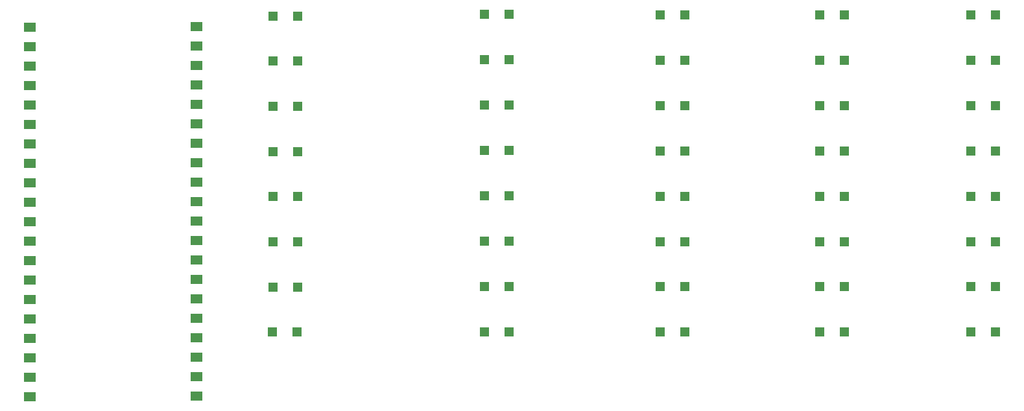
<source format=gtp>
G04 Layer: TopPasteMaskLayer*
G04 EasyEDA v6.5.40, 2025-03-18 22:52:05*
G04 b39658bcca46432a934d06cf3c5ad792,51c3989a86a440af9e0a32d2c4c87c08,10*
G04 Gerber Generator version 0.2*
G04 Scale: 100 percent, Rotated: No, Reflected: No *
G04 Dimensions in millimeters *
G04 leading zeros omitted , absolute positions ,4 integer and 5 decimal *
%FSLAX45Y45*%
%MOMM*%

%ADD10R,1.2000X1.2000*%
%ADD11R,1.5000X1.2000*%

%LPD*%
D10*
G01*
X4566843Y8585276D03*
G01*
X4246829Y8585276D03*
G01*
X4566843Y7995622D03*
G01*
X4246829Y7995622D03*
G01*
X4566843Y7405969D03*
G01*
X4246829Y7405969D03*
G01*
X4566843Y6816316D03*
G01*
X4246829Y6816316D03*
G01*
X4566843Y6226662D03*
G01*
X4246829Y6226662D03*
G01*
X4566843Y5637009D03*
G01*
X4246829Y5637009D03*
G01*
X4566843Y5047355D03*
G01*
X4246829Y5047355D03*
G01*
X4554207Y4457700D03*
G01*
X4234192Y4457700D03*
G01*
X7322804Y8610676D03*
G01*
X7002790Y8610676D03*
G01*
X7322804Y8017395D03*
G01*
X7002790Y8017395D03*
G01*
X7322804Y7424107D03*
G01*
X7002790Y7424107D03*
G01*
X7322804Y6830827D03*
G01*
X7002790Y6830827D03*
G01*
X7322804Y6237546D03*
G01*
X7002790Y6237546D03*
G01*
X7322804Y5644263D03*
G01*
X7002790Y5644263D03*
G01*
X7322804Y5050983D03*
G01*
X7002790Y5050983D03*
G01*
X7322807Y4457700D03*
G01*
X7002792Y4457700D03*
G01*
X9621443Y8597976D03*
G01*
X9301429Y8597976D03*
G01*
X9621443Y8006509D03*
G01*
X9301429Y8006509D03*
G01*
X9621443Y7415039D03*
G01*
X9301429Y7415039D03*
G01*
X9621443Y6823572D03*
G01*
X9301429Y6823572D03*
G01*
X9621443Y6232105D03*
G01*
X9301429Y6232105D03*
G01*
X9621443Y5640638D03*
G01*
X9301429Y5640638D03*
G01*
X9621443Y5049166D03*
G01*
X9301429Y5049166D03*
G01*
X9621446Y4457700D03*
G01*
X9301431Y4457700D03*
G01*
X11704274Y8597976D03*
G01*
X11384259Y8597976D03*
G01*
X11704274Y8006506D03*
G01*
X11384259Y8006506D03*
G01*
X11704274Y7415037D03*
G01*
X11384259Y7415037D03*
G01*
X11704274Y6823567D03*
G01*
X11384259Y6823567D03*
G01*
X11704274Y6232103D03*
G01*
X11384259Y6232103D03*
G01*
X11704274Y5640641D03*
G01*
X11384259Y5640641D03*
G01*
X11704274Y5049172D03*
G01*
X11384259Y5049172D03*
G01*
X11704269Y4457700D03*
G01*
X11384254Y4457700D03*
G01*
X13672781Y8597976D03*
G01*
X13352767Y8597976D03*
G01*
X13672781Y8006504D03*
G01*
X13352767Y8006504D03*
G01*
X13672781Y7415039D03*
G01*
X13352767Y7415039D03*
G01*
X13672781Y6823567D03*
G01*
X13352767Y6823567D03*
G01*
X13672781Y6232103D03*
G01*
X13352767Y6232103D03*
G01*
X13672781Y5640631D03*
G01*
X13352767Y5640631D03*
G01*
X13672781Y5049166D03*
G01*
X13352767Y5049166D03*
G01*
X13672776Y4457700D03*
G01*
X13352762Y4457700D03*
D11*
G01*
X3243097Y3619220D03*
G01*
X3243097Y3873220D03*
G01*
X3243097Y4127220D03*
G01*
X3243097Y4381220D03*
G01*
X3243097Y4635220D03*
G01*
X3243097Y4889220D03*
G01*
X3243097Y5143220D03*
G01*
X3243097Y5397220D03*
G01*
X3243097Y5651195D03*
G01*
X3243097Y5905195D03*
G01*
X3243097Y6159195D03*
G01*
X3243097Y6413195D03*
G01*
X3243097Y6667195D03*
G01*
X3243097Y6921195D03*
G01*
X3243097Y7175195D03*
G01*
X3243097Y7429195D03*
G01*
X3243097Y7683195D03*
G01*
X3243097Y7937195D03*
G01*
X3243097Y8191195D03*
G01*
X3243097Y8445195D03*
G01*
X1073099Y8441207D03*
G01*
X1073099Y8187207D03*
G01*
X1073099Y7933207D03*
G01*
X1073099Y7679207D03*
G01*
X1073099Y7425207D03*
G01*
X1073099Y7171207D03*
G01*
X1073099Y6917207D03*
G01*
X1073099Y6663207D03*
G01*
X1073099Y6409207D03*
G01*
X1073099Y6155207D03*
G01*
X1073099Y5901207D03*
G01*
X1073099Y5647207D03*
G01*
X1073099Y5393207D03*
G01*
X1073099Y5139207D03*
G01*
X1073099Y4885207D03*
G01*
X1073099Y4631207D03*
G01*
X1073099Y4377207D03*
G01*
X1073099Y4123207D03*
G01*
X1073099Y3869207D03*
G01*
X1073099Y3615207D03*
M02*

</source>
